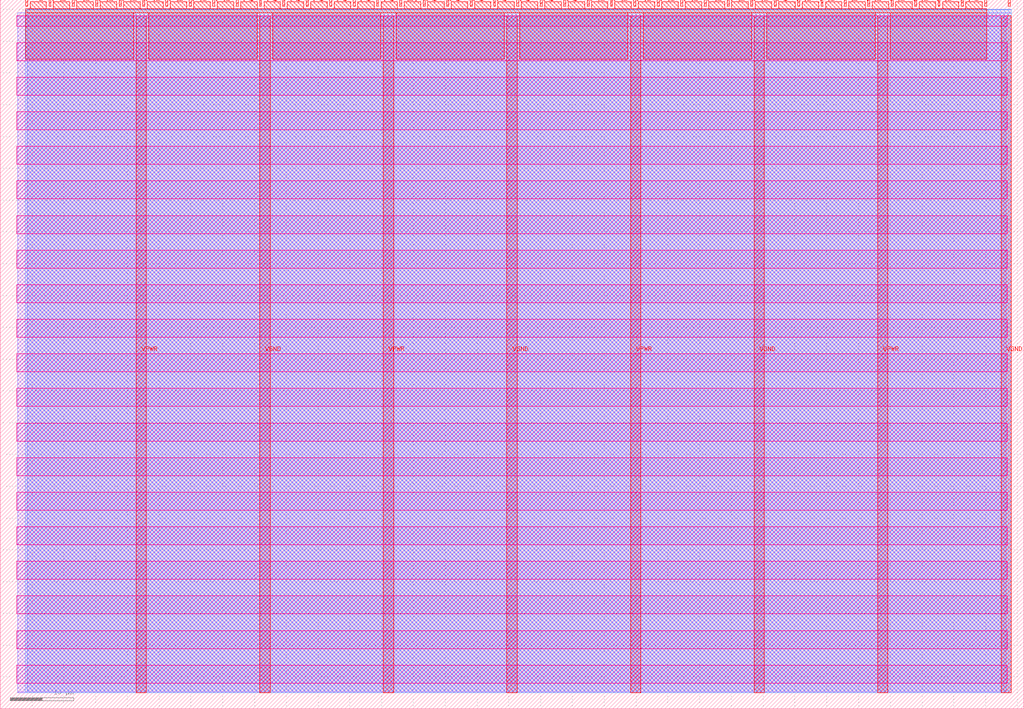
<source format=lef>
VERSION 5.7 ;
  NOWIREEXTENSIONATPIN ON ;
  DIVIDERCHAR "/" ;
  BUSBITCHARS "[]" ;
MACRO tt_um_wokwi_394640918790880257
  CLASS BLOCK ;
  FOREIGN tt_um_wokwi_394640918790880257 ;
  ORIGIN 0.000 0.000 ;
  SIZE 161.000 BY 111.520 ;
  PIN VGND
    DIRECTION INOUT ;
    USE GROUND ;
    PORT
      LAYER met4 ;
        RECT 40.830 2.480 42.430 109.040 ;
    END
    PORT
      LAYER met4 ;
        RECT 79.700 2.480 81.300 109.040 ;
    END
    PORT
      LAYER met4 ;
        RECT 118.570 2.480 120.170 109.040 ;
    END
    PORT
      LAYER met4 ;
        RECT 157.440 2.480 159.040 109.040 ;
    END
  END VGND
  PIN VPWR
    DIRECTION INOUT ;
    USE POWER ;
    PORT
      LAYER met4 ;
        RECT 21.395 2.480 22.995 109.040 ;
    END
    PORT
      LAYER met4 ;
        RECT 60.265 2.480 61.865 109.040 ;
    END
    PORT
      LAYER met4 ;
        RECT 99.135 2.480 100.735 109.040 ;
    END
    PORT
      LAYER met4 ;
        RECT 138.005 2.480 139.605 109.040 ;
    END
  END VPWR
  PIN clk
    DIRECTION INPUT ;
    USE SIGNAL ;
    ANTENNAGATEAREA 0.852000 ;
    PORT
      LAYER met4 ;
        RECT 154.870 110.520 155.170 111.520 ;
    END
  END clk
  PIN ena
    DIRECTION INPUT ;
    USE SIGNAL ;
    PORT
      LAYER met4 ;
        RECT 158.550 110.520 158.850 111.520 ;
    END
  END ena
  PIN rst_n
    DIRECTION INPUT ;
    USE SIGNAL ;
    PORT
      LAYER met4 ;
        RECT 151.190 110.520 151.490 111.520 ;
    END
  END rst_n
  PIN ui_in[0]
    DIRECTION INPUT ;
    USE SIGNAL ;
    ANTENNAGATEAREA 0.196500 ;
    PORT
      LAYER met4 ;
        RECT 147.510 110.520 147.810 111.520 ;
    END
  END ui_in[0]
  PIN ui_in[1]
    DIRECTION INPUT ;
    USE SIGNAL ;
    ANTENNAGATEAREA 0.159000 ;
    PORT
      LAYER met4 ;
        RECT 143.830 110.520 144.130 111.520 ;
    END
  END ui_in[1]
  PIN ui_in[2]
    DIRECTION INPUT ;
    USE SIGNAL ;
    ANTENNAGATEAREA 0.196500 ;
    PORT
      LAYER met4 ;
        RECT 140.150 110.520 140.450 111.520 ;
    END
  END ui_in[2]
  PIN ui_in[3]
    DIRECTION INPUT ;
    USE SIGNAL ;
    ANTENNAGATEAREA 0.196500 ;
    PORT
      LAYER met4 ;
        RECT 136.470 110.520 136.770 111.520 ;
    END
  END ui_in[3]
  PIN ui_in[4]
    DIRECTION INPUT ;
    USE SIGNAL ;
    ANTENNAGATEAREA 0.196500 ;
    PORT
      LAYER met4 ;
        RECT 132.790 110.520 133.090 111.520 ;
    END
  END ui_in[4]
  PIN ui_in[5]
    DIRECTION INPUT ;
    USE SIGNAL ;
    ANTENNAGATEAREA 0.196500 ;
    PORT
      LAYER met4 ;
        RECT 129.110 110.520 129.410 111.520 ;
    END
  END ui_in[5]
  PIN ui_in[6]
    DIRECTION INPUT ;
    USE SIGNAL ;
    ANTENNAGATEAREA 0.196500 ;
    PORT
      LAYER met4 ;
        RECT 125.430 110.520 125.730 111.520 ;
    END
  END ui_in[6]
  PIN ui_in[7]
    DIRECTION INPUT ;
    USE SIGNAL ;
    PORT
      LAYER met4 ;
        RECT 121.750 110.520 122.050 111.520 ;
    END
  END ui_in[7]
  PIN uio_in[0]
    DIRECTION INPUT ;
    USE SIGNAL ;
    PORT
      LAYER met4 ;
        RECT 118.070 110.520 118.370 111.520 ;
    END
  END uio_in[0]
  PIN uio_in[1]
    DIRECTION INPUT ;
    USE SIGNAL ;
    PORT
      LAYER met4 ;
        RECT 114.390 110.520 114.690 111.520 ;
    END
  END uio_in[1]
  PIN uio_in[2]
    DIRECTION INPUT ;
    USE SIGNAL ;
    PORT
      LAYER met4 ;
        RECT 110.710 110.520 111.010 111.520 ;
    END
  END uio_in[2]
  PIN uio_in[3]
    DIRECTION INPUT ;
    USE SIGNAL ;
    PORT
      LAYER met4 ;
        RECT 107.030 110.520 107.330 111.520 ;
    END
  END uio_in[3]
  PIN uio_in[4]
    DIRECTION INPUT ;
    USE SIGNAL ;
    PORT
      LAYER met4 ;
        RECT 103.350 110.520 103.650 111.520 ;
    END
  END uio_in[4]
  PIN uio_in[5]
    DIRECTION INPUT ;
    USE SIGNAL ;
    PORT
      LAYER met4 ;
        RECT 99.670 110.520 99.970 111.520 ;
    END
  END uio_in[5]
  PIN uio_in[6]
    DIRECTION INPUT ;
    USE SIGNAL ;
    PORT
      LAYER met4 ;
        RECT 95.990 110.520 96.290 111.520 ;
    END
  END uio_in[6]
  PIN uio_in[7]
    DIRECTION INPUT ;
    USE SIGNAL ;
    PORT
      LAYER met4 ;
        RECT 92.310 110.520 92.610 111.520 ;
    END
  END uio_in[7]
  PIN uio_oe[0]
    DIRECTION OUTPUT TRISTATE ;
    USE SIGNAL ;
    PORT
      LAYER met4 ;
        RECT 29.750 110.520 30.050 111.520 ;
    END
  END uio_oe[0]
  PIN uio_oe[1]
    DIRECTION OUTPUT TRISTATE ;
    USE SIGNAL ;
    PORT
      LAYER met4 ;
        RECT 26.070 110.520 26.370 111.520 ;
    END
  END uio_oe[1]
  PIN uio_oe[2]
    DIRECTION OUTPUT TRISTATE ;
    USE SIGNAL ;
    PORT
      LAYER met4 ;
        RECT 22.390 110.520 22.690 111.520 ;
    END
  END uio_oe[2]
  PIN uio_oe[3]
    DIRECTION OUTPUT TRISTATE ;
    USE SIGNAL ;
    PORT
      LAYER met4 ;
        RECT 18.710 110.520 19.010 111.520 ;
    END
  END uio_oe[3]
  PIN uio_oe[4]
    DIRECTION OUTPUT TRISTATE ;
    USE SIGNAL ;
    PORT
      LAYER met4 ;
        RECT 15.030 110.520 15.330 111.520 ;
    END
  END uio_oe[4]
  PIN uio_oe[5]
    DIRECTION OUTPUT TRISTATE ;
    USE SIGNAL ;
    PORT
      LAYER met4 ;
        RECT 11.350 110.520 11.650 111.520 ;
    END
  END uio_oe[5]
  PIN uio_oe[6]
    DIRECTION OUTPUT TRISTATE ;
    USE SIGNAL ;
    PORT
      LAYER met4 ;
        RECT 7.670 110.520 7.970 111.520 ;
    END
  END uio_oe[6]
  PIN uio_oe[7]
    DIRECTION OUTPUT TRISTATE ;
    USE SIGNAL ;
    PORT
      LAYER met4 ;
        RECT 3.990 110.520 4.290 111.520 ;
    END
  END uio_oe[7]
  PIN uio_out[0]
    DIRECTION OUTPUT TRISTATE ;
    USE SIGNAL ;
    PORT
      LAYER met4 ;
        RECT 59.190 110.520 59.490 111.520 ;
    END
  END uio_out[0]
  PIN uio_out[1]
    DIRECTION OUTPUT TRISTATE ;
    USE SIGNAL ;
    PORT
      LAYER met4 ;
        RECT 55.510 110.520 55.810 111.520 ;
    END
  END uio_out[1]
  PIN uio_out[2]
    DIRECTION OUTPUT TRISTATE ;
    USE SIGNAL ;
    PORT
      LAYER met4 ;
        RECT 51.830 110.520 52.130 111.520 ;
    END
  END uio_out[2]
  PIN uio_out[3]
    DIRECTION OUTPUT TRISTATE ;
    USE SIGNAL ;
    PORT
      LAYER met4 ;
        RECT 48.150 110.520 48.450 111.520 ;
    END
  END uio_out[3]
  PIN uio_out[4]
    DIRECTION OUTPUT TRISTATE ;
    USE SIGNAL ;
    PORT
      LAYER met4 ;
        RECT 44.470 110.520 44.770 111.520 ;
    END
  END uio_out[4]
  PIN uio_out[5]
    DIRECTION OUTPUT TRISTATE ;
    USE SIGNAL ;
    PORT
      LAYER met4 ;
        RECT 40.790 110.520 41.090 111.520 ;
    END
  END uio_out[5]
  PIN uio_out[6]
    DIRECTION OUTPUT TRISTATE ;
    USE SIGNAL ;
    PORT
      LAYER met4 ;
        RECT 37.110 110.520 37.410 111.520 ;
    END
  END uio_out[6]
  PIN uio_out[7]
    DIRECTION OUTPUT TRISTATE ;
    USE SIGNAL ;
    PORT
      LAYER met4 ;
        RECT 33.430 110.520 33.730 111.520 ;
    END
  END uio_out[7]
  PIN uo_out[0]
    DIRECTION OUTPUT TRISTATE ;
    USE SIGNAL ;
    ANTENNADIFFAREA 0.795200 ;
    PORT
      LAYER met4 ;
        RECT 88.630 110.520 88.930 111.520 ;
    END
  END uo_out[0]
  PIN uo_out[1]
    DIRECTION OUTPUT TRISTATE ;
    USE SIGNAL ;
    ANTENNADIFFAREA 0.445500 ;
    PORT
      LAYER met4 ;
        RECT 84.950 110.520 85.250 111.520 ;
    END
  END uo_out[1]
  PIN uo_out[2]
    DIRECTION OUTPUT TRISTATE ;
    USE SIGNAL ;
    ANTENNADIFFAREA 0.445500 ;
    PORT
      LAYER met4 ;
        RECT 81.270 110.520 81.570 111.520 ;
    END
  END uo_out[2]
  PIN uo_out[3]
    DIRECTION OUTPUT TRISTATE ;
    USE SIGNAL ;
    ANTENNADIFFAREA 0.445500 ;
    PORT
      LAYER met4 ;
        RECT 77.590 110.520 77.890 111.520 ;
    END
  END uo_out[3]
  PIN uo_out[4]
    DIRECTION OUTPUT TRISTATE ;
    USE SIGNAL ;
    PORT
      LAYER met4 ;
        RECT 73.910 110.520 74.210 111.520 ;
    END
  END uo_out[4]
  PIN uo_out[5]
    DIRECTION OUTPUT TRISTATE ;
    USE SIGNAL ;
    ANTENNADIFFAREA 0.445500 ;
    PORT
      LAYER met4 ;
        RECT 70.230 110.520 70.530 111.520 ;
    END
  END uo_out[5]
  PIN uo_out[6]
    DIRECTION OUTPUT TRISTATE ;
    USE SIGNAL ;
    ANTENNADIFFAREA 0.445500 ;
    PORT
      LAYER met4 ;
        RECT 66.550 110.520 66.850 111.520 ;
    END
  END uo_out[6]
  PIN uo_out[7]
    DIRECTION OUTPUT TRISTATE ;
    USE SIGNAL ;
    ANTENNADIFFAREA 0.795200 ;
    PORT
      LAYER met4 ;
        RECT 62.870 110.520 63.170 111.520 ;
    END
  END uo_out[7]
  OBS
      LAYER nwell ;
        RECT 2.570 107.385 158.430 108.990 ;
        RECT 2.570 101.945 158.430 104.775 ;
        RECT 2.570 96.505 158.430 99.335 ;
        RECT 2.570 91.065 158.430 93.895 ;
        RECT 2.570 85.625 158.430 88.455 ;
        RECT 2.570 80.185 158.430 83.015 ;
        RECT 2.570 74.745 158.430 77.575 ;
        RECT 2.570 69.305 158.430 72.135 ;
        RECT 2.570 63.865 158.430 66.695 ;
        RECT 2.570 58.425 158.430 61.255 ;
        RECT 2.570 52.985 158.430 55.815 ;
        RECT 2.570 47.545 158.430 50.375 ;
        RECT 2.570 42.105 158.430 44.935 ;
        RECT 2.570 36.665 158.430 39.495 ;
        RECT 2.570 31.225 158.430 34.055 ;
        RECT 2.570 25.785 158.430 28.615 ;
        RECT 2.570 20.345 158.430 23.175 ;
        RECT 2.570 14.905 158.430 17.735 ;
        RECT 2.570 9.465 158.430 12.295 ;
        RECT 2.570 4.025 158.430 6.855 ;
      LAYER li1 ;
        RECT 2.760 2.635 158.240 108.885 ;
      LAYER met1 ;
        RECT 2.760 2.480 159.040 109.440 ;
      LAYER met2 ;
        RECT 4.230 2.535 159.010 110.005 ;
      LAYER met3 ;
        RECT 3.950 2.555 159.030 109.985 ;
      LAYER met4 ;
        RECT 4.690 110.120 7.270 111.170 ;
        RECT 8.370 110.120 10.950 111.170 ;
        RECT 12.050 110.120 14.630 111.170 ;
        RECT 15.730 110.120 18.310 111.170 ;
        RECT 19.410 110.120 21.990 111.170 ;
        RECT 23.090 110.120 25.670 111.170 ;
        RECT 26.770 110.120 29.350 111.170 ;
        RECT 30.450 110.120 33.030 111.170 ;
        RECT 34.130 110.120 36.710 111.170 ;
        RECT 37.810 110.120 40.390 111.170 ;
        RECT 41.490 110.120 44.070 111.170 ;
        RECT 45.170 110.120 47.750 111.170 ;
        RECT 48.850 110.120 51.430 111.170 ;
        RECT 52.530 110.120 55.110 111.170 ;
        RECT 56.210 110.120 58.790 111.170 ;
        RECT 59.890 110.120 62.470 111.170 ;
        RECT 63.570 110.120 66.150 111.170 ;
        RECT 67.250 110.120 69.830 111.170 ;
        RECT 70.930 110.120 73.510 111.170 ;
        RECT 74.610 110.120 77.190 111.170 ;
        RECT 78.290 110.120 80.870 111.170 ;
        RECT 81.970 110.120 84.550 111.170 ;
        RECT 85.650 110.120 88.230 111.170 ;
        RECT 89.330 110.120 91.910 111.170 ;
        RECT 93.010 110.120 95.590 111.170 ;
        RECT 96.690 110.120 99.270 111.170 ;
        RECT 100.370 110.120 102.950 111.170 ;
        RECT 104.050 110.120 106.630 111.170 ;
        RECT 107.730 110.120 110.310 111.170 ;
        RECT 111.410 110.120 113.990 111.170 ;
        RECT 115.090 110.120 117.670 111.170 ;
        RECT 118.770 110.120 121.350 111.170 ;
        RECT 122.450 110.120 125.030 111.170 ;
        RECT 126.130 110.120 128.710 111.170 ;
        RECT 129.810 110.120 132.390 111.170 ;
        RECT 133.490 110.120 136.070 111.170 ;
        RECT 137.170 110.120 139.750 111.170 ;
        RECT 140.850 110.120 143.430 111.170 ;
        RECT 144.530 110.120 147.110 111.170 ;
        RECT 148.210 110.120 150.790 111.170 ;
        RECT 151.890 110.120 154.470 111.170 ;
        RECT 3.975 109.440 155.170 110.120 ;
        RECT 3.975 102.175 20.995 109.440 ;
        RECT 23.395 102.175 40.430 109.440 ;
        RECT 42.830 102.175 59.865 109.440 ;
        RECT 62.265 102.175 79.300 109.440 ;
        RECT 81.700 102.175 98.735 109.440 ;
        RECT 101.135 102.175 118.170 109.440 ;
        RECT 120.570 102.175 137.605 109.440 ;
        RECT 140.005 102.175 155.170 109.440 ;
  END
END tt_um_wokwi_394640918790880257
END LIBRARY


</source>
